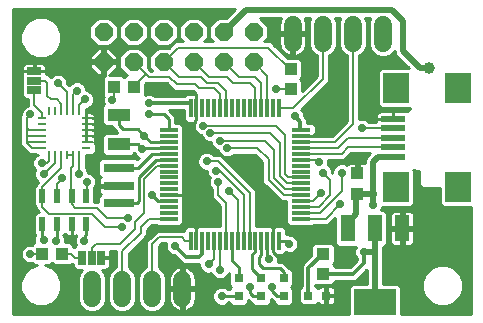
<source format=gtl>
G75*
%MOIN*%
%OFA0B0*%
%FSLAX24Y24*%
%IPPOS*%
%LPD*%
%AMOC8*
5,1,8,0,0,1.08239X$1,22.5*
%
%ADD10R,0.0425X0.0413*%
%ADD11R,0.0866X0.0984*%
%ADD12R,0.0787X0.0197*%
%ADD13C,0.0600*%
%ADD14OC8,0.0600*%
%ADD15R,0.0315X0.0315*%
%ADD16R,0.0433X0.0394*%
%ADD17R,0.0630X0.0118*%
%ADD18R,0.0118X0.0630*%
%ADD19R,0.0114X0.0276*%
%ADD20R,0.0276X0.0114*%
%ADD21R,0.0197X0.0472*%
%ADD22R,0.0748X0.0433*%
%ADD23R,0.0500X0.0250*%
%ADD24R,0.1024X0.0315*%
%ADD25R,0.0394X0.0433*%
%ADD26R,0.0250X0.0500*%
%ADD27R,0.0480X0.0880*%
%ADD28R,0.1417X0.0866*%
%ADD29C,0.0080*%
%ADD30C,0.0100*%
%ADD31C,0.0278*%
%ADD32C,0.0120*%
%ADD33C,0.0200*%
%ADD34C,0.0396*%
D10*
X016906Y010068D03*
X016906Y010757D03*
D11*
X018190Y010294D03*
X020276Y010294D03*
X020276Y013601D03*
X018190Y013601D03*
D12*
X018091Y012577D03*
X018091Y012262D03*
X018091Y011947D03*
X018091Y011632D03*
X018091Y011317D03*
D13*
X017766Y015110D02*
X017766Y015710D01*
X016766Y015710D02*
X016766Y015110D01*
X015766Y015110D02*
X015766Y015710D01*
X014766Y015710D02*
X014766Y015110D01*
X011078Y007210D02*
X011078Y006610D01*
X010078Y006610D02*
X010078Y007210D01*
X009078Y007210D02*
X009078Y006610D01*
X008078Y006610D02*
X008078Y007210D01*
D14*
X008453Y014472D03*
X009453Y014472D03*
X010453Y014472D03*
X011453Y014472D03*
X012453Y014472D03*
X013453Y014472D03*
X013453Y015472D03*
X012453Y015472D03*
X011453Y015472D03*
X010453Y015472D03*
X009453Y015472D03*
X008453Y015472D03*
D15*
X012953Y007267D03*
X012953Y006677D03*
X013703Y006677D03*
X013703Y007267D03*
X014453Y007267D03*
X014453Y006677D03*
X015283Y006685D03*
X015874Y006685D03*
D16*
X015766Y007413D03*
X015766Y008082D03*
X014685Y013556D03*
X014685Y014225D03*
D17*
X015033Y012198D03*
X015033Y012002D03*
X015033Y011805D03*
X015033Y011608D03*
X015033Y011411D03*
X015033Y011214D03*
X015033Y011017D03*
X015033Y010820D03*
X015033Y010624D03*
X015033Y010427D03*
X015033Y010230D03*
X015033Y010033D03*
X015033Y009836D03*
X015033Y009639D03*
X015033Y009443D03*
X015033Y009246D03*
X010624Y009246D03*
X010624Y009443D03*
X010624Y009639D03*
X010624Y009836D03*
X010624Y010033D03*
X010624Y010230D03*
X010624Y010427D03*
X010624Y010624D03*
X010624Y010820D03*
X010624Y011017D03*
X010624Y011214D03*
X010624Y011411D03*
X010624Y011608D03*
X010624Y011805D03*
X010624Y012002D03*
X010624Y012198D03*
D18*
X011352Y012927D03*
X011549Y012927D03*
X011746Y012927D03*
X011943Y012927D03*
X012139Y012927D03*
X012336Y012927D03*
X012533Y012927D03*
X012730Y012927D03*
X012927Y012927D03*
X013124Y012927D03*
X013321Y012927D03*
X013517Y012927D03*
X013714Y012927D03*
X013911Y012927D03*
X014108Y012927D03*
X014305Y012927D03*
X014305Y008517D03*
X014108Y008517D03*
X013911Y008517D03*
X013714Y008517D03*
X013517Y008517D03*
X013321Y008517D03*
X013124Y008517D03*
X012927Y008517D03*
X012730Y008517D03*
X012533Y008517D03*
X012336Y008517D03*
X012139Y008517D03*
X011943Y008517D03*
X011746Y008517D03*
X011549Y008517D03*
X011352Y008517D03*
D19*
X007633Y011359D03*
X007436Y011359D03*
X007239Y011359D03*
X007042Y011359D03*
X006846Y011359D03*
X006649Y011359D03*
X006649Y012835D03*
X006846Y012835D03*
X007042Y012835D03*
X007239Y012835D03*
X007436Y012835D03*
X007633Y012835D03*
D20*
X007879Y012589D03*
X007879Y012392D03*
X007879Y012195D03*
X007879Y011999D03*
X007879Y011802D03*
X007879Y011605D03*
X006403Y011605D03*
X006403Y011802D03*
X006403Y011999D03*
X006403Y012195D03*
X006403Y012392D03*
X006403Y012589D03*
D21*
X006403Y010007D03*
X006895Y010007D03*
X007387Y010007D03*
X007879Y010007D03*
X007879Y009062D03*
X007387Y009062D03*
X006895Y009062D03*
X006403Y009062D03*
D22*
X008953Y011730D03*
X008953Y012714D03*
D23*
X006141Y013527D03*
X006141Y013847D03*
X006141Y014167D03*
D24*
X008953Y010938D03*
X008953Y010347D03*
X008953Y009756D03*
D25*
X007082Y008078D03*
X006413Y008078D03*
X008788Y013641D03*
X009457Y013641D03*
D26*
X008380Y007953D03*
X008060Y007953D03*
X007740Y007953D03*
D27*
X016587Y008923D03*
X017497Y008923D03*
X018407Y008923D03*
D28*
X017497Y006483D03*
D29*
X015852Y009246D02*
X015033Y009246D01*
X015033Y009443D02*
X015674Y009443D01*
X016391Y010160D01*
X016391Y010785D01*
X016016Y010535D02*
X015766Y010785D01*
X016016Y010535D02*
X016016Y010035D01*
X015621Y009639D01*
X015033Y009639D01*
X015033Y009836D02*
X015443Y009836D01*
X015703Y010097D01*
X015033Y010033D02*
X014455Y010033D01*
X013953Y010535D01*
X013953Y011222D01*
X013578Y011597D01*
X012578Y011597D01*
X012328Y011847D02*
X013828Y011847D01*
X014141Y011535D01*
X014141Y010597D01*
X014508Y010230D01*
X015033Y010230D01*
X015033Y010427D02*
X014561Y010427D01*
X014328Y010660D01*
X014328Y011785D01*
X014016Y012097D01*
X012016Y012097D01*
X011766Y012347D02*
X014203Y012347D01*
X014516Y012035D01*
X014516Y010722D01*
X014614Y010624D01*
X015033Y010624D01*
X015033Y011214D02*
X015549Y011214D01*
X015622Y011141D01*
X015033Y011411D02*
X016392Y011411D01*
X016613Y011632D01*
X018091Y011632D01*
X018091Y011947D02*
X016616Y011947D01*
X016277Y011608D01*
X015033Y011608D01*
X015033Y011805D02*
X016161Y011805D01*
X016766Y012410D01*
X016766Y015410D01*
X015766Y015410D02*
X015766Y013910D01*
X014783Y012927D01*
X014305Y012927D01*
X013911Y012927D02*
X013911Y014014D01*
X013453Y014472D01*
X013516Y013972D02*
X012953Y013972D01*
X012453Y014472D01*
X012578Y013972D02*
X011953Y013972D01*
X011453Y014472D01*
X011703Y013972D02*
X010953Y013972D01*
X010453Y014472D01*
X010935Y014953D01*
X013935Y014953D01*
X014663Y014225D01*
X014685Y014225D01*
X014685Y013556D02*
X014269Y013556D01*
X014185Y013578D01*
X013714Y013774D02*
X013516Y013972D01*
X013328Y013785D02*
X012766Y013785D01*
X012578Y013972D01*
X012266Y013785D02*
X011891Y013785D01*
X011703Y013972D01*
X011516Y013722D02*
X010891Y013722D01*
X010641Y013972D01*
X009953Y013972D01*
X009860Y014066D01*
X009457Y013663D01*
X009457Y013641D01*
X009860Y014066D02*
X009453Y014472D01*
X008788Y013641D02*
X008788Y013244D01*
X008747Y013203D01*
X007828Y013222D02*
X007633Y013027D01*
X007633Y012835D01*
X007436Y012835D02*
X007436Y013392D01*
X007560Y013516D01*
X007239Y013461D02*
X006935Y013766D01*
X006578Y013785D02*
X006516Y013847D01*
X006141Y013847D01*
X006578Y013785D02*
X006578Y013347D01*
X006703Y013222D01*
X006891Y013222D01*
X007042Y013070D01*
X007042Y012835D01*
X007239Y012835D02*
X007239Y013461D01*
X006403Y012773D02*
X006141Y013035D01*
X006141Y013527D01*
X006403Y012773D02*
X006403Y012589D01*
X006403Y012195D02*
X005961Y012195D01*
X005891Y012266D01*
X005891Y012035D01*
X005927Y011999D01*
X006403Y011999D01*
X006403Y011802D02*
X005936Y011802D01*
X005891Y011847D01*
X005891Y011785D01*
X006071Y011605D01*
X006403Y011605D01*
X006649Y011359D02*
X006641Y011351D01*
X006641Y011160D01*
X006578Y011097D01*
X006391Y011097D01*
X006453Y010722D02*
X006846Y011114D01*
X006846Y011359D01*
X007042Y011359D02*
X007042Y010936D01*
X006403Y010296D01*
X006403Y010007D01*
X006403Y009648D01*
X006641Y009410D01*
X008078Y009410D01*
X008516Y008972D01*
X009078Y008972D01*
X009060Y009266D02*
X008560Y009266D01*
X008229Y009597D01*
X007516Y009597D01*
X007387Y009726D01*
X007387Y010007D01*
X007372Y010022D01*
X007372Y010953D01*
X007436Y011017D01*
X007436Y011359D01*
X007239Y011359D01*
X007633Y011359D02*
X007641Y011351D01*
X007641Y010722D01*
X007891Y010472D02*
X007891Y010019D01*
X007879Y010007D01*
X007391Y010011D02*
X007387Y010007D01*
X006895Y010007D02*
X006895Y010413D01*
X007078Y010597D01*
X007865Y011798D02*
X008095Y011798D01*
X007879Y011802D02*
X007879Y011999D01*
X007879Y012195D01*
X007879Y012392D01*
X007879Y012589D01*
X007925Y012588D02*
X008055Y012588D01*
X008065Y012388D02*
X007915Y012388D01*
X007895Y012198D02*
X008065Y012198D01*
X008065Y011998D02*
X007885Y011998D01*
X007885Y012008D01*
X006016Y012722D02*
X005891Y012597D01*
X005891Y012266D01*
X005891Y012035D02*
X005891Y011847D01*
X009060Y009266D02*
X009266Y009285D01*
X009497Y009141D02*
X009497Y008891D01*
X008997Y008391D01*
X008185Y008391D01*
X008060Y008266D01*
X008060Y007953D01*
X007740Y007953D02*
X007497Y007953D01*
X007372Y008078D01*
X007082Y008078D01*
X006413Y008078D02*
X006372Y007891D01*
X006413Y008078D02*
X005997Y008078D01*
X009078Y008160D02*
X009078Y006910D01*
X010078Y006910D02*
X010078Y008410D01*
X010310Y008641D01*
X011060Y008641D01*
X011183Y008517D01*
X011352Y008517D01*
X012139Y008517D02*
X012139Y007911D01*
X011953Y007722D01*
X012328Y007535D02*
X012328Y008509D01*
X012336Y008517D01*
X012533Y008517D02*
X012533Y009767D01*
X012266Y010035D01*
X012266Y010472D01*
X012203Y010847D02*
X012328Y010847D01*
X013124Y010052D01*
X013124Y008517D01*
X013321Y008517D02*
X013321Y010105D01*
X012266Y011160D01*
X011891Y011160D01*
X012641Y010160D02*
X012927Y009874D01*
X012927Y008517D01*
X010624Y009246D02*
X009977Y009246D01*
X009703Y008972D01*
X009703Y008785D01*
X009078Y008160D01*
X009497Y009141D02*
X009810Y009453D01*
X009810Y010578D01*
X010247Y011016D01*
X010622Y011016D01*
X010624Y011017D01*
X012336Y012927D02*
X012336Y013402D01*
X012141Y013597D01*
X011641Y013597D01*
X011516Y013722D01*
X012266Y013785D02*
X012533Y013517D01*
X012533Y012927D01*
X013517Y012927D02*
X013517Y013596D01*
X013328Y013785D01*
X013714Y013774D02*
X013714Y012927D01*
X017056Y012262D02*
X018091Y012262D01*
X017060Y012266D02*
X017056Y012262D01*
X016328Y009722D02*
X015852Y009246D01*
D30*
X005435Y006078D02*
X005435Y016237D01*
X012836Y016237D01*
X012542Y015942D01*
X012259Y015942D01*
X011983Y015667D01*
X011983Y015277D01*
X012097Y015163D01*
X011809Y015163D01*
X011923Y015277D01*
X011923Y015667D01*
X011648Y015942D01*
X011259Y015942D01*
X010983Y015667D01*
X010983Y015277D01*
X011097Y015163D01*
X010848Y015163D01*
X010626Y014942D01*
X010259Y014942D01*
X009983Y014667D01*
X009983Y014277D01*
X010079Y014182D01*
X010040Y014182D01*
X009947Y014276D01*
X009923Y014299D01*
X009923Y014667D01*
X009648Y014942D01*
X009259Y014942D01*
X008983Y014667D01*
X008983Y014277D01*
X009233Y014027D01*
X009190Y014027D01*
X009122Y013960D01*
X009055Y014027D01*
X008645Y014027D01*
X008903Y014286D01*
X008903Y014422D01*
X008503Y014422D01*
X008503Y014022D01*
X008515Y014022D01*
X008421Y013928D01*
X008421Y013354D01*
X008459Y013315D01*
X008438Y013265D01*
X008438Y013142D01*
X008471Y013063D01*
X008409Y013001D01*
X008409Y012427D01*
X008509Y012328D01*
X008733Y012328D01*
X008733Y012288D01*
X008890Y012131D01*
X008905Y012116D01*
X008509Y012116D01*
X008409Y012017D01*
X008409Y011443D01*
X008509Y011343D01*
X009398Y011343D01*
X009477Y011423D01*
X009485Y011403D01*
X009572Y011316D01*
X009644Y011286D01*
X009579Y011221D01*
X009536Y011265D01*
X008371Y011265D01*
X008272Y011165D01*
X008272Y010710D01*
X008354Y010627D01*
X008349Y010625D01*
X008322Y010597D01*
X008302Y010562D01*
X008292Y010524D01*
X008292Y010376D01*
X008925Y010376D01*
X008925Y010318D01*
X008292Y010318D01*
X008292Y010170D01*
X008302Y010132D01*
X008322Y010097D01*
X008349Y010070D01*
X008354Y010067D01*
X008272Y009984D01*
X008272Y009807D01*
X008148Y009807D01*
X008148Y010292D01*
X008153Y010297D01*
X008200Y010411D01*
X008200Y010534D01*
X008153Y010647D01*
X008066Y010734D01*
X007952Y010781D01*
X007950Y010781D01*
X007950Y010784D01*
X007903Y010897D01*
X007851Y010949D01*
X007851Y011141D01*
X007860Y011151D01*
X007860Y011378D01*
X008087Y011378D01*
X008187Y011477D01*
X008187Y011732D01*
X008167Y011752D01*
X008167Y011802D01*
X008167Y011879D01*
X008161Y011900D01*
X008167Y011922D01*
X008167Y011999D01*
X008167Y012075D01*
X008161Y012097D01*
X008167Y012119D01*
X008167Y012195D01*
X008075Y012195D01*
X008075Y012195D01*
X008075Y012195D01*
X008167Y012195D01*
X008167Y012272D01*
X008161Y012294D01*
X008167Y012315D01*
X008167Y012392D01*
X008075Y012392D01*
X008075Y012392D01*
X008167Y012392D01*
X008167Y012469D01*
X008161Y012491D01*
X008167Y012512D01*
X008167Y012589D01*
X008075Y012589D01*
X008075Y012589D01*
X008167Y012589D01*
X008167Y012666D01*
X008157Y012704D01*
X008137Y012738D01*
X008109Y012766D01*
X008075Y012786D01*
X008037Y012796D01*
X007879Y012796D01*
X007860Y012796D01*
X007860Y012913D01*
X007890Y012913D01*
X008003Y012960D01*
X008090Y013047D01*
X008137Y013161D01*
X008137Y013284D01*
X008090Y013397D01*
X008003Y013484D01*
X007890Y013531D01*
X007869Y013531D01*
X007869Y013577D01*
X007822Y013691D01*
X007735Y013778D01*
X007621Y013825D01*
X007498Y013825D01*
X007385Y013778D01*
X007302Y013695D01*
X007244Y013754D01*
X007244Y013827D01*
X007197Y013941D01*
X007110Y014028D01*
X006996Y014075D01*
X006873Y014075D01*
X006760Y014028D01*
X006696Y013964D01*
X006603Y014057D01*
X006546Y014057D01*
X006541Y014062D01*
X006541Y014155D01*
X006153Y014155D01*
X006153Y014180D01*
X006128Y014180D01*
X006128Y014442D01*
X005871Y014442D01*
X005833Y014432D01*
X005799Y014412D01*
X005771Y014384D01*
X005751Y014350D01*
X005741Y014312D01*
X005741Y014180D01*
X006128Y014180D01*
X006128Y014155D01*
X005741Y014155D01*
X005741Y014062D01*
X005721Y014042D01*
X005721Y013332D01*
X005820Y013232D01*
X005931Y013232D01*
X005931Y013021D01*
X005841Y012984D01*
X005754Y012897D01*
X005707Y012784D01*
X005707Y012710D01*
X005681Y012684D01*
X005681Y011698D01*
X005861Y011518D01*
X005984Y011395D01*
X006177Y011395D01*
X006195Y011378D01*
X006261Y011378D01*
X006216Y011359D01*
X006129Y011272D01*
X006082Y011159D01*
X006082Y011036D01*
X006129Y010922D01*
X006180Y010871D01*
X006144Y010784D01*
X006144Y010661D01*
X006191Y010547D01*
X006274Y010465D01*
X006193Y010383D01*
X006193Y010372D01*
X006134Y010314D01*
X006134Y009700D01*
X006193Y009642D01*
X006193Y009561D01*
X006285Y009468D01*
X006234Y009468D01*
X006134Y009369D01*
X006134Y008755D01*
X006183Y008707D01*
X006183Y008689D01*
X006144Y008596D01*
X006144Y008473D01*
X006148Y008465D01*
X006145Y008465D01*
X006065Y008385D01*
X006059Y008387D01*
X005936Y008387D01*
X005822Y008340D01*
X005735Y008253D01*
X005688Y008140D01*
X005688Y008017D01*
X005735Y007903D01*
X005822Y007816D01*
X005936Y007769D01*
X006059Y007769D01*
X006065Y007772D01*
X006145Y007692D01*
X006228Y007692D01*
X005979Y007589D01*
X005787Y007396D01*
X005683Y007145D01*
X005683Y006874D01*
X005787Y006623D01*
X005979Y006430D01*
X006230Y006326D01*
X006502Y006326D01*
X006753Y006430D01*
X006945Y006623D01*
X007049Y006874D01*
X007049Y007145D01*
X006945Y007396D01*
X006753Y007589D01*
X006503Y007692D01*
X006680Y007692D01*
X006747Y007759D01*
X006815Y007692D01*
X007349Y007692D01*
X007405Y007748D01*
X007410Y007743D01*
X007445Y007743D01*
X007445Y007633D01*
X007544Y007533D01*
X007738Y007533D01*
X007680Y007476D01*
X007608Y007303D01*
X007608Y006516D01*
X007680Y006343D01*
X007812Y006211D01*
X007985Y006140D01*
X008172Y006140D01*
X008345Y006211D01*
X008477Y006343D01*
X008548Y006516D01*
X008548Y007303D01*
X008477Y007476D01*
X008399Y007553D01*
X008524Y007553D01*
X008563Y007564D01*
X008597Y007583D01*
X008625Y007611D01*
X008644Y007645D01*
X008655Y007684D01*
X008655Y007941D01*
X008392Y007941D01*
X008392Y007966D01*
X008655Y007966D01*
X008655Y008181D01*
X008868Y008181D01*
X008868Y007631D01*
X008812Y007608D01*
X008680Y007476D01*
X008608Y007303D01*
X008608Y006516D01*
X008680Y006343D01*
X008812Y006211D01*
X008985Y006140D01*
X009172Y006140D01*
X009345Y006211D01*
X009477Y006343D01*
X009548Y006516D01*
X009548Y007303D01*
X009477Y007476D01*
X009345Y007608D01*
X009288Y007631D01*
X009288Y008073D01*
X009913Y008698D01*
X009913Y008885D01*
X010064Y009036D01*
X010219Y009036D01*
X010238Y009017D01*
X011009Y009017D01*
X011109Y009116D01*
X011109Y009966D01*
X011089Y009986D01*
X011089Y010033D01*
X011041Y010033D01*
X011041Y010033D01*
X011041Y010033D01*
X011089Y010033D01*
X011089Y010080D01*
X011109Y010100D01*
X011109Y012328D01*
X011009Y012427D01*
X010842Y012427D01*
X010842Y012669D01*
X010713Y012798D01*
X010645Y012867D01*
X011122Y012867D01*
X011122Y012832D01*
X011123Y012831D01*
X011123Y012541D01*
X011223Y012442D01*
X011471Y012442D01*
X011457Y012409D01*
X011457Y012286D01*
X011504Y012172D01*
X011591Y012085D01*
X011704Y012038D01*
X011707Y012038D01*
X011707Y012036D01*
X011754Y011922D01*
X011841Y011835D01*
X011954Y011788D01*
X012019Y011788D01*
X012019Y011786D01*
X012066Y011672D01*
X012153Y011585D01*
X012267Y011538D01*
X012269Y011538D01*
X012269Y011536D01*
X012316Y011422D01*
X012403Y011335D01*
X012517Y011288D01*
X012640Y011288D01*
X012753Y011335D01*
X012805Y011387D01*
X013491Y011387D01*
X013743Y011135D01*
X013743Y010448D01*
X013866Y010325D01*
X014368Y009823D01*
X014548Y009823D01*
X014548Y009116D01*
X014648Y009017D01*
X015419Y009017D01*
X015438Y009036D01*
X015939Y009036D01*
X016177Y009274D01*
X016177Y008413D01*
X016277Y008313D01*
X016859Y008313D01*
X016813Y008202D01*
X016813Y008079D01*
X016860Y007966D01*
X016892Y007934D01*
X016892Y007861D01*
X016671Y007640D01*
X016152Y007641D01*
X016152Y007680D01*
X016085Y007747D01*
X016152Y007815D01*
X016152Y008349D01*
X016053Y008449D01*
X015479Y008449D01*
X015379Y008349D01*
X015379Y008021D01*
X015053Y007694D01*
X015053Y007010D01*
X014956Y006913D01*
X014956Y006457D01*
X015055Y006357D01*
X015511Y006357D01*
X015594Y006440D01*
X015596Y006435D01*
X015624Y006407D01*
X015658Y006387D01*
X015696Y006377D01*
X015845Y006377D01*
X015845Y006656D01*
X015902Y006656D01*
X015902Y006377D01*
X016051Y006377D01*
X016089Y006387D01*
X016123Y006407D01*
X016151Y006435D01*
X016171Y006469D01*
X016181Y006507D01*
X016181Y006656D01*
X015902Y006656D01*
X015902Y006713D01*
X015845Y006713D01*
X015845Y006992D01*
X015696Y006992D01*
X015658Y006982D01*
X015624Y006962D01*
X015596Y006934D01*
X015594Y006930D01*
X015513Y007010D01*
X015513Y007046D01*
X016053Y007046D01*
X016152Y007145D01*
X016152Y007181D01*
X016670Y007180D01*
X016671Y007180D01*
X016765Y007180D01*
X016861Y007179D01*
X016861Y007180D01*
X016928Y007247D01*
X016996Y007314D01*
X017217Y007536D01*
X017227Y007546D01*
X017227Y007086D01*
X016718Y007086D01*
X016619Y006987D01*
X016619Y006078D01*
X005435Y006078D01*
X005435Y006124D02*
X016619Y006124D01*
X016619Y006222D02*
X011310Y006222D01*
X011314Y006225D02*
X011372Y006266D01*
X011422Y006316D01*
X011463Y006374D01*
X011495Y006437D01*
X011517Y006504D01*
X011528Y006574D01*
X011528Y006860D01*
X011128Y006860D01*
X011128Y006960D01*
X011028Y006960D01*
X011028Y007657D01*
X010973Y007648D01*
X010906Y007627D01*
X010843Y007594D01*
X010785Y007553D01*
X010735Y007503D01*
X010694Y007445D01*
X010661Y007382D01*
X010639Y007315D01*
X010628Y007245D01*
X010628Y006960D01*
X011028Y006960D01*
X011028Y006860D01*
X010628Y006860D01*
X010628Y006574D01*
X010639Y006504D01*
X010661Y006437D01*
X010694Y006374D01*
X010735Y006316D01*
X010785Y006266D01*
X010843Y006225D01*
X010906Y006193D01*
X010973Y006171D01*
X011028Y006162D01*
X011028Y006860D01*
X011128Y006860D01*
X011128Y006162D01*
X011184Y006171D01*
X011251Y006193D01*
X011314Y006225D01*
X011425Y006321D02*
X016619Y006321D01*
X016619Y006419D02*
X016135Y006419D01*
X016181Y006518D02*
X016619Y006518D01*
X016619Y006616D02*
X016181Y006616D01*
X016181Y006713D02*
X016181Y006862D01*
X016171Y006900D01*
X016151Y006934D01*
X016123Y006962D01*
X016089Y006982D01*
X016051Y006992D01*
X015902Y006992D01*
X015902Y006713D01*
X016181Y006713D01*
X016181Y006715D02*
X016619Y006715D01*
X016619Y006813D02*
X016181Y006813D01*
X016164Y006912D02*
X016619Y006912D01*
X016642Y007010D02*
X015513Y007010D01*
X015845Y006912D02*
X015902Y006912D01*
X015902Y006813D02*
X015845Y006813D01*
X015845Y006715D02*
X015902Y006715D01*
X015902Y006616D02*
X015845Y006616D01*
X015845Y006518D02*
X015902Y006518D01*
X015902Y006419D02*
X015845Y006419D01*
X015612Y006419D02*
X015573Y006419D01*
X014993Y006419D02*
X014751Y006419D01*
X014781Y006449D02*
X014681Y006349D01*
X014226Y006349D01*
X014126Y006449D01*
X014126Y006488D01*
X014031Y006583D01*
X014031Y006449D01*
X013931Y006349D01*
X013476Y006349D01*
X013376Y006449D01*
X013376Y006457D01*
X013345Y006457D01*
X013281Y006521D01*
X013281Y006449D01*
X013181Y006349D01*
X012726Y006349D01*
X012626Y006449D01*
X012626Y006457D01*
X012625Y006457D01*
X012566Y006398D01*
X012452Y006350D01*
X012329Y006350D01*
X012216Y006398D01*
X012129Y006484D01*
X012082Y006598D01*
X012082Y006721D01*
X012129Y006835D01*
X012216Y006922D01*
X012329Y006969D01*
X012452Y006969D01*
X012566Y006922D01*
X012591Y006897D01*
X012626Y006897D01*
X012626Y006905D01*
X012693Y006972D01*
X012626Y007039D01*
X012626Y007445D01*
X012590Y007359D01*
X012503Y007273D01*
X012390Y007225D01*
X012267Y007225D01*
X012153Y007273D01*
X012066Y007359D01*
X012040Y007423D01*
X012015Y007413D01*
X011892Y007413D01*
X011778Y007460D01*
X011691Y007547D01*
X011644Y007661D01*
X011644Y007742D01*
X011108Y007742D01*
X010812Y008038D01*
X010767Y008038D01*
X010653Y008085D01*
X010566Y008172D01*
X010519Y008286D01*
X010519Y008409D01*
X010529Y008431D01*
X010397Y008431D01*
X010288Y008323D01*
X010288Y007631D01*
X010345Y007608D01*
X010477Y007476D01*
X010548Y007303D01*
X010548Y006516D01*
X010477Y006343D01*
X010345Y006211D01*
X010172Y006140D01*
X009985Y006140D01*
X009812Y006211D01*
X009680Y006343D01*
X009608Y006516D01*
X009608Y007303D01*
X009680Y007476D01*
X009812Y007608D01*
X009868Y007631D01*
X009868Y008497D01*
X009991Y008620D01*
X010223Y008851D01*
X011123Y008851D01*
X011123Y008903D01*
X011223Y009002D01*
X011482Y009002D01*
X011502Y008982D01*
X011549Y008982D01*
X011549Y008935D01*
X011549Y008935D01*
X011549Y008982D01*
X011596Y008982D01*
X011616Y009002D01*
X012323Y009002D01*
X012323Y009680D01*
X012179Y009825D01*
X012056Y009948D01*
X012056Y010245D01*
X012004Y010297D01*
X011957Y010411D01*
X011957Y010534D01*
X011993Y010621D01*
X011941Y010672D01*
X011894Y010786D01*
X011894Y010850D01*
X011829Y010850D01*
X011716Y010898D01*
X011629Y010984D01*
X011582Y011098D01*
X011582Y011221D01*
X011629Y011335D01*
X011716Y011422D01*
X011829Y011469D01*
X011952Y011469D01*
X012066Y011422D01*
X012118Y011370D01*
X012353Y011370D01*
X013531Y010192D01*
X013531Y009002D01*
X014041Y009002D01*
X014061Y008982D01*
X014108Y008982D01*
X014108Y008935D01*
X014108Y008935D01*
X014108Y008982D01*
X014155Y008982D01*
X014175Y009002D01*
X014434Y009002D01*
X014534Y008903D01*
X014534Y008737D01*
X014624Y008737D01*
X014643Y008719D01*
X014702Y008719D01*
X014816Y008672D01*
X014903Y008585D01*
X014950Y008471D01*
X014950Y008348D01*
X014903Y008234D01*
X014816Y008148D01*
X014702Y008100D01*
X014579Y008100D01*
X014525Y008123D01*
X014434Y008032D01*
X014253Y008032D01*
X014283Y007961D01*
X014283Y007838D01*
X014274Y007817D01*
X014420Y007817D01*
X014545Y007692D01*
X014642Y007595D01*
X014681Y007595D01*
X014781Y007495D01*
X014781Y007039D01*
X014714Y006972D01*
X014781Y006905D01*
X014781Y006449D01*
X014781Y006518D02*
X014956Y006518D01*
X014956Y006616D02*
X014781Y006616D01*
X014781Y006715D02*
X014956Y006715D01*
X014956Y006813D02*
X014781Y006813D01*
X014774Y006912D02*
X014956Y006912D01*
X015053Y007010D02*
X014752Y007010D01*
X014781Y007109D02*
X015053Y007109D01*
X015053Y007207D02*
X014781Y007207D01*
X014781Y007306D02*
X015053Y007306D01*
X015053Y007404D02*
X014781Y007404D01*
X014773Y007503D02*
X015053Y007503D01*
X015053Y007601D02*
X014635Y007601D01*
X014537Y007700D02*
X015059Y007700D01*
X015157Y007798D02*
X014438Y007798D01*
X014283Y007897D02*
X015256Y007897D01*
X015354Y007995D02*
X014268Y007995D01*
X014247Y008016D02*
X014113Y008151D01*
X014108Y008306D01*
X014108Y008517D01*
X014108Y008517D01*
X014108Y009130D01*
X014078Y009160D01*
X014108Y008980D02*
X014108Y008980D01*
X014108Y008935D02*
X014108Y008935D01*
X014456Y008980D02*
X016177Y008980D01*
X016177Y008882D02*
X014534Y008882D01*
X014534Y008783D02*
X016177Y008783D01*
X016177Y008685D02*
X014784Y008685D01*
X014901Y008586D02*
X016177Y008586D01*
X016177Y008488D02*
X014943Y008488D01*
X014950Y008389D02*
X015420Y008389D01*
X015379Y008291D02*
X014926Y008291D01*
X014861Y008192D02*
X015379Y008192D01*
X015379Y008094D02*
X014496Y008094D01*
X014641Y008410D02*
X014533Y008517D01*
X014305Y008517D01*
X013911Y008517D02*
X013911Y007962D01*
X013974Y007899D01*
X013714Y008045D02*
X013641Y007972D01*
X013641Y007722D01*
X013766Y007597D01*
X014328Y007597D01*
X014453Y007472D01*
X014453Y007267D01*
X014078Y006972D02*
X014078Y006847D01*
X014249Y006677D01*
X014453Y006677D01*
X014096Y006518D02*
X014031Y006518D01*
X014001Y006419D02*
X014155Y006419D01*
X013703Y006677D02*
X013436Y006677D01*
X013328Y006785D01*
X013328Y006972D01*
X012953Y006677D02*
X012436Y006677D01*
X012391Y006660D01*
X012115Y006518D02*
X011519Y006518D01*
X011528Y006616D02*
X012082Y006616D01*
X012082Y006715D02*
X011528Y006715D01*
X011528Y006813D02*
X012120Y006813D01*
X012206Y006912D02*
X011128Y006912D01*
X011128Y006960D02*
X011528Y006960D01*
X011528Y007245D01*
X011517Y007315D01*
X011495Y007382D01*
X011463Y007445D01*
X011422Y007503D01*
X011372Y007553D01*
X011314Y007594D01*
X011251Y007627D01*
X011184Y007648D01*
X011128Y007657D01*
X011128Y006960D01*
X011128Y007010D02*
X011028Y007010D01*
X011028Y006912D02*
X010548Y006912D01*
X010548Y007010D02*
X010628Y007010D01*
X010628Y007109D02*
X010548Y007109D01*
X010548Y007207D02*
X010628Y007207D01*
X010638Y007306D02*
X010547Y007306D01*
X010506Y007404D02*
X010673Y007404D01*
X010735Y007503D02*
X010450Y007503D01*
X010351Y007601D02*
X010856Y007601D01*
X011028Y007601D02*
X011128Y007601D01*
X011128Y007503D02*
X011028Y007503D01*
X011028Y007404D02*
X011128Y007404D01*
X011128Y007306D02*
X011028Y007306D01*
X011028Y007207D02*
X011128Y007207D01*
X011128Y007109D02*
X011028Y007109D01*
X011028Y006813D02*
X011128Y006813D01*
X011128Y006715D02*
X011028Y006715D01*
X011028Y006616D02*
X011128Y006616D01*
X011128Y006518D02*
X011028Y006518D01*
X011028Y006419D02*
X011128Y006419D01*
X011128Y006321D02*
X011028Y006321D01*
X011028Y006222D02*
X011128Y006222D01*
X010847Y006222D02*
X010356Y006222D01*
X010454Y006321D02*
X010732Y006321D01*
X010670Y006419D02*
X010508Y006419D01*
X010548Y006518D02*
X010637Y006518D01*
X010628Y006616D02*
X010548Y006616D01*
X010548Y006715D02*
X010628Y006715D01*
X010628Y006813D02*
X010548Y006813D01*
X009608Y006813D02*
X009548Y006813D01*
X009548Y006715D02*
X009608Y006715D01*
X009608Y006616D02*
X009548Y006616D01*
X009548Y006518D02*
X009608Y006518D01*
X009648Y006419D02*
X009508Y006419D01*
X009454Y006321D02*
X009702Y006321D01*
X009801Y006222D02*
X009356Y006222D01*
X008801Y006222D02*
X008356Y006222D01*
X008454Y006321D02*
X008702Y006321D01*
X008648Y006419D02*
X008508Y006419D01*
X008548Y006518D02*
X008608Y006518D01*
X008608Y006616D02*
X008548Y006616D01*
X008548Y006715D02*
X008608Y006715D01*
X008608Y006813D02*
X008548Y006813D01*
X008548Y006912D02*
X008608Y006912D01*
X008608Y007010D02*
X008548Y007010D01*
X008548Y007109D02*
X008608Y007109D01*
X008608Y007207D02*
X008548Y007207D01*
X008547Y007306D02*
X008610Y007306D01*
X008650Y007404D02*
X008506Y007404D01*
X008450Y007503D02*
X008707Y007503D01*
X008615Y007601D02*
X008806Y007601D01*
X008868Y007700D02*
X008655Y007700D01*
X008655Y007798D02*
X008868Y007798D01*
X008868Y007897D02*
X008655Y007897D01*
X008655Y007995D02*
X008868Y007995D01*
X008868Y008094D02*
X008655Y008094D01*
X009288Y007995D02*
X009868Y007995D01*
X009868Y007897D02*
X009288Y007897D01*
X009288Y007798D02*
X009868Y007798D01*
X009868Y007700D02*
X009288Y007700D01*
X009351Y007601D02*
X009806Y007601D01*
X009707Y007503D02*
X009450Y007503D01*
X009506Y007404D02*
X009650Y007404D01*
X009610Y007306D02*
X009547Y007306D01*
X009548Y007207D02*
X009608Y007207D01*
X009608Y007109D02*
X009548Y007109D01*
X009548Y007010D02*
X009608Y007010D01*
X009608Y006912D02*
X009548Y006912D01*
X010288Y007700D02*
X011644Y007700D01*
X011669Y007601D02*
X011301Y007601D01*
X011422Y007503D02*
X011736Y007503D01*
X011484Y007404D02*
X012048Y007404D01*
X012120Y007306D02*
X011519Y007306D01*
X011528Y007207D02*
X012626Y007207D01*
X012626Y007109D02*
X011528Y007109D01*
X011528Y007010D02*
X012655Y007010D01*
X012633Y006912D02*
X012576Y006912D01*
X012953Y007267D02*
X012953Y007622D01*
X012730Y007846D01*
X012730Y008517D01*
X012323Y009079D02*
X011071Y009079D01*
X011109Y009177D02*
X012323Y009177D01*
X012323Y009276D02*
X011109Y009276D01*
X011109Y009374D02*
X012323Y009374D01*
X012323Y009473D02*
X011109Y009473D01*
X011109Y009571D02*
X012323Y009571D01*
X012323Y009670D02*
X011109Y009670D01*
X011109Y009768D02*
X012235Y009768D01*
X012137Y009867D02*
X011109Y009867D01*
X011109Y009965D02*
X012056Y009965D01*
X012056Y010064D02*
X011089Y010064D01*
X011142Y010033D02*
X011266Y009910D01*
X011142Y010033D02*
X010624Y010033D01*
X010624Y009836D02*
X010277Y009836D01*
X010078Y010035D01*
X009622Y009828D02*
X009622Y010641D01*
X010196Y011214D01*
X010624Y011214D01*
X010624Y011411D02*
X010080Y011411D01*
X009606Y010938D01*
X008953Y010938D01*
X008925Y010359D02*
X008179Y010359D01*
X008200Y010458D02*
X008292Y010458D01*
X008300Y010556D02*
X008191Y010556D01*
X008145Y010655D02*
X008326Y010655D01*
X008272Y010753D02*
X008019Y010753D01*
X007922Y010852D02*
X008272Y010852D01*
X008272Y010950D02*
X007851Y010950D01*
X007851Y011049D02*
X008272Y011049D01*
X008272Y011147D02*
X007857Y011147D01*
X007860Y011246D02*
X008352Y011246D01*
X008508Y011344D02*
X007860Y011344D01*
X008152Y011443D02*
X008410Y011443D01*
X008409Y011541D02*
X008187Y011541D01*
X008187Y011640D02*
X008409Y011640D01*
X008409Y011738D02*
X008181Y011738D01*
X008167Y011802D02*
X008118Y011802D01*
X008118Y011802D01*
X008167Y011802D01*
X008167Y011837D02*
X008409Y011837D01*
X008409Y011935D02*
X008167Y011935D01*
X008167Y011999D02*
X008075Y011999D01*
X008167Y011999D01*
X008167Y012034D02*
X008426Y012034D01*
X008507Y012329D02*
X008167Y012329D01*
X008167Y012231D02*
X008790Y012231D01*
X008889Y012132D02*
X008167Y012132D01*
X008075Y011999D02*
X008075Y011999D01*
X008075Y011999D01*
X007879Y011999D02*
X007879Y011832D01*
X007879Y011999D01*
X007879Y012009D01*
X007879Y012195D01*
X007879Y012195D01*
X007879Y011999D01*
X007879Y011999D01*
X007879Y011999D01*
X007879Y012034D02*
X007879Y012034D01*
X007879Y012132D02*
X007879Y012132D01*
X007879Y012195D02*
X007879Y012206D01*
X007879Y012392D01*
X007879Y012392D01*
X007879Y012195D01*
X007879Y012195D01*
X007879Y012231D02*
X007879Y012231D01*
X007879Y012329D02*
X007879Y012329D01*
X007879Y012392D02*
X007879Y012403D01*
X007879Y012589D01*
X007879Y012589D01*
X007879Y012392D01*
X007879Y012392D01*
X007879Y012428D02*
X007879Y012428D01*
X007879Y012526D02*
X007879Y012526D01*
X007879Y012589D02*
X007879Y012796D01*
X007879Y012589D01*
X007879Y012589D01*
X007879Y012625D02*
X007879Y012625D01*
X007879Y012723D02*
X007879Y012723D01*
X007860Y012822D02*
X008409Y012822D01*
X008409Y012920D02*
X007908Y012920D01*
X008062Y013019D02*
X008427Y013019D01*
X008448Y013117D02*
X008120Y013117D01*
X008137Y013216D02*
X008438Y013216D01*
X008459Y013314D02*
X008125Y013314D01*
X008075Y013413D02*
X008421Y013413D01*
X008421Y013511D02*
X007938Y013511D01*
X007855Y013610D02*
X008421Y013610D01*
X008421Y013708D02*
X007804Y013708D01*
X007665Y013807D02*
X008421Y013807D01*
X008421Y013905D02*
X007211Y013905D01*
X007244Y013807D02*
X007455Y013807D01*
X007315Y013708D02*
X007289Y013708D01*
X007134Y014004D02*
X008497Y014004D01*
X008403Y014022D02*
X008403Y014422D01*
X008003Y014422D01*
X008003Y014286D01*
X008267Y014022D01*
X008403Y014022D01*
X008403Y014102D02*
X008503Y014102D01*
X008503Y014201D02*
X008403Y014201D01*
X008403Y014299D02*
X008503Y014299D01*
X008503Y014398D02*
X008403Y014398D01*
X008403Y014422D02*
X008503Y014422D01*
X008503Y014522D01*
X008403Y014522D01*
X008403Y014422D01*
X008403Y014496D02*
X005435Y014496D01*
X005435Y014398D02*
X005785Y014398D01*
X005741Y014299D02*
X005435Y014299D01*
X005435Y014201D02*
X005741Y014201D01*
X005741Y014102D02*
X005435Y014102D01*
X005435Y014004D02*
X005721Y014004D01*
X005721Y013905D02*
X005435Y013905D01*
X005435Y013807D02*
X005721Y013807D01*
X005721Y013708D02*
X005435Y013708D01*
X005435Y013610D02*
X005721Y013610D01*
X005721Y013511D02*
X005435Y013511D01*
X005435Y013413D02*
X005721Y013413D01*
X005738Y013314D02*
X005435Y013314D01*
X005435Y013216D02*
X005931Y013216D01*
X005931Y013117D02*
X005435Y013117D01*
X005435Y013019D02*
X005925Y013019D01*
X005777Y012920D02*
X005435Y012920D01*
X005435Y012822D02*
X005723Y012822D01*
X005707Y012723D02*
X005435Y012723D01*
X005435Y012625D02*
X005681Y012625D01*
X005681Y012526D02*
X005435Y012526D01*
X005435Y012428D02*
X005681Y012428D01*
X005681Y012329D02*
X005435Y012329D01*
X005435Y012231D02*
X005681Y012231D01*
X005681Y012132D02*
X005435Y012132D01*
X005435Y012034D02*
X005681Y012034D01*
X005681Y011935D02*
X005435Y011935D01*
X005435Y011837D02*
X005681Y011837D01*
X005681Y011738D02*
X005435Y011738D01*
X005435Y011640D02*
X005739Y011640D01*
X005837Y011541D02*
X005435Y011541D01*
X005435Y011443D02*
X005936Y011443D01*
X006118Y011246D02*
X005435Y011246D01*
X005435Y011344D02*
X006201Y011344D01*
X006082Y011147D02*
X005435Y011147D01*
X005435Y011049D02*
X006082Y011049D01*
X006117Y010950D02*
X005435Y010950D01*
X005435Y010852D02*
X006173Y010852D01*
X006144Y010753D02*
X005435Y010753D01*
X005435Y010655D02*
X006147Y010655D01*
X006188Y010556D02*
X005435Y010556D01*
X005435Y010458D02*
X006267Y010458D01*
X006180Y010359D02*
X005435Y010359D01*
X005435Y010261D02*
X006134Y010261D01*
X006134Y010162D02*
X005435Y010162D01*
X005435Y010064D02*
X006134Y010064D01*
X006134Y009965D02*
X005435Y009965D01*
X005435Y009867D02*
X006134Y009867D01*
X006134Y009768D02*
X005435Y009768D01*
X005435Y009670D02*
X006165Y009670D01*
X006193Y009571D02*
X005435Y009571D01*
X005435Y009473D02*
X006281Y009473D01*
X006140Y009374D02*
X005435Y009374D01*
X005435Y009276D02*
X006134Y009276D01*
X006134Y009177D02*
X005435Y009177D01*
X005435Y009079D02*
X006134Y009079D01*
X006134Y008980D02*
X005435Y008980D01*
X005435Y008882D02*
X006134Y008882D01*
X006134Y008783D02*
X005435Y008783D01*
X005435Y008685D02*
X006181Y008685D01*
X006144Y008586D02*
X005435Y008586D01*
X005435Y008488D02*
X006144Y008488D01*
X006070Y008389D02*
X005435Y008389D01*
X005435Y008291D02*
X005773Y008291D01*
X005710Y008192D02*
X005435Y008192D01*
X005435Y008094D02*
X005688Y008094D01*
X005697Y007995D02*
X005435Y007995D01*
X005435Y007897D02*
X005742Y007897D01*
X005866Y007798D02*
X005435Y007798D01*
X005435Y007700D02*
X006137Y007700D01*
X006010Y007601D02*
X005435Y007601D01*
X005435Y007503D02*
X005893Y007503D01*
X005795Y007404D02*
X005435Y007404D01*
X005435Y007306D02*
X005749Y007306D01*
X005708Y007207D02*
X005435Y007207D01*
X005435Y007109D02*
X005683Y007109D01*
X005683Y007010D02*
X005435Y007010D01*
X005435Y006912D02*
X005683Y006912D01*
X005708Y006813D02*
X005435Y006813D01*
X005435Y006715D02*
X005748Y006715D01*
X005793Y006616D02*
X005435Y006616D01*
X005435Y006518D02*
X005891Y006518D01*
X006005Y006419D02*
X005435Y006419D01*
X005435Y006321D02*
X007702Y006321D01*
X007648Y006419D02*
X006726Y006419D01*
X006840Y006518D02*
X007608Y006518D01*
X007608Y006616D02*
X006939Y006616D01*
X006983Y006715D02*
X007608Y006715D01*
X007608Y006813D02*
X007024Y006813D01*
X007049Y006912D02*
X007608Y006912D01*
X007608Y007010D02*
X007049Y007010D01*
X007049Y007109D02*
X007608Y007109D01*
X007608Y007207D02*
X007023Y007207D01*
X006982Y007306D02*
X007610Y007306D01*
X007650Y007404D02*
X006937Y007404D01*
X006838Y007503D02*
X007707Y007503D01*
X007476Y007601D02*
X006722Y007601D01*
X006688Y007700D02*
X006807Y007700D01*
X007357Y007700D02*
X007445Y007700D01*
X007449Y008288D02*
X007449Y008365D01*
X007349Y008465D01*
X007181Y008465D01*
X007181Y008577D01*
X007134Y008691D01*
X007116Y008709D01*
X007159Y008751D01*
X007169Y008734D01*
X007196Y008706D01*
X007231Y008686D01*
X007269Y008676D01*
X007387Y008676D01*
X007505Y008676D01*
X007543Y008686D01*
X007546Y008688D01*
X007501Y008577D01*
X007501Y008454D01*
X007537Y008366D01*
X007459Y008288D01*
X007459Y008288D01*
X007449Y008288D01*
X007449Y008291D02*
X007462Y008291D01*
X007425Y008389D02*
X007528Y008389D01*
X007501Y008488D02*
X007181Y008488D01*
X007178Y008586D02*
X007504Y008586D01*
X007539Y008685D02*
X007545Y008685D01*
X007387Y008685D02*
X007387Y008685D01*
X007387Y008676D02*
X007387Y009062D01*
X007387Y008676D01*
X007387Y008783D02*
X007387Y008783D01*
X007387Y008882D02*
X007387Y008882D01*
X007387Y008980D02*
X007387Y008980D01*
X007387Y009062D02*
X007387Y009062D01*
X007872Y009055D02*
X007872Y008703D01*
X007810Y008641D01*
X007810Y008516D01*
X007235Y008685D02*
X007137Y008685D01*
X006895Y008538D02*
X006872Y008516D01*
X006895Y008538D02*
X006895Y009062D01*
X006403Y009062D02*
X006403Y008585D01*
X006453Y008535D01*
X008148Y009867D02*
X008272Y009867D01*
X008272Y009965D02*
X008148Y009965D01*
X008148Y010064D02*
X008351Y010064D01*
X008294Y010162D02*
X008148Y010162D01*
X008148Y010261D02*
X008292Y010261D01*
X008953Y009756D02*
X009025Y009766D01*
X009560Y009766D01*
X009622Y009828D01*
X010009Y008980D02*
X011201Y008980D01*
X011123Y008882D02*
X009913Y008882D01*
X009913Y008783D02*
X010155Y008783D01*
X010057Y008685D02*
X009901Y008685D01*
X009958Y008586D02*
X009802Y008586D01*
X009868Y008488D02*
X009704Y008488D01*
X009605Y008389D02*
X009868Y008389D01*
X009868Y008291D02*
X009507Y008291D01*
X009408Y008192D02*
X009868Y008192D01*
X009868Y008094D02*
X009310Y008094D01*
X010288Y008094D02*
X010645Y008094D01*
X010558Y008192D02*
X010288Y008192D01*
X010288Y008291D02*
X010519Y008291D01*
X010519Y008389D02*
X010355Y008389D01*
X010288Y007995D02*
X010855Y007995D01*
X010953Y007897D02*
X010288Y007897D01*
X010288Y007798D02*
X011052Y007798D01*
X011549Y008517D02*
X011549Y009127D01*
X011516Y009285D01*
X011549Y008980D02*
X011549Y008980D01*
X011549Y008935D02*
X011549Y008935D01*
X011109Y010162D02*
X012056Y010162D01*
X012040Y010261D02*
X011109Y010261D01*
X011109Y010359D02*
X011978Y010359D01*
X011957Y010458D02*
X011109Y010458D01*
X011109Y010556D02*
X011966Y010556D01*
X011959Y010655D02*
X011109Y010655D01*
X011109Y010753D02*
X011908Y010753D01*
X011826Y010852D02*
X011109Y010852D01*
X011109Y010950D02*
X011663Y010950D01*
X011602Y011049D02*
X011109Y011049D01*
X011109Y011147D02*
X011582Y011147D01*
X011592Y011246D02*
X011109Y011246D01*
X011109Y011344D02*
X011639Y011344D01*
X011767Y011443D02*
X011109Y011443D01*
X011109Y011541D02*
X012259Y011541D01*
X012308Y011443D02*
X012015Y011443D01*
X012099Y011640D02*
X011109Y011640D01*
X011109Y011738D02*
X012039Y011738D01*
X011839Y011837D02*
X011109Y011837D01*
X011109Y011935D02*
X011748Y011935D01*
X011708Y012034D02*
X011109Y012034D01*
X011109Y012132D02*
X011544Y012132D01*
X011480Y012231D02*
X011109Y012231D01*
X011107Y012329D02*
X011457Y012329D01*
X011453Y012410D02*
X011549Y012568D01*
X011549Y012927D01*
X011549Y013377D01*
X011516Y013410D01*
X011528Y013413D02*
X009824Y013413D01*
X009824Y013378D02*
X009824Y013733D01*
X009860Y013769D01*
X009866Y013762D01*
X010554Y013762D01*
X010804Y013512D01*
X011429Y013512D01*
X011549Y013392D01*
X011549Y013344D01*
X011549Y013344D01*
X011549Y013344D01*
X011549Y013392D01*
X011549Y013392D01*
X011502Y013392D01*
X011482Y013412D01*
X011223Y013412D01*
X011138Y013327D01*
X010160Y013327D01*
X010128Y013359D01*
X010015Y013406D01*
X009892Y013406D01*
X009824Y013378D01*
X009824Y013511D02*
X011430Y013511D01*
X010706Y013610D02*
X009824Y013610D01*
X009824Y013708D02*
X010608Y013708D01*
X010060Y014201D02*
X010022Y014201D01*
X009983Y014299D02*
X009923Y014299D01*
X009923Y014398D02*
X009983Y014398D01*
X009983Y014496D02*
X009923Y014496D01*
X009923Y014595D02*
X009983Y014595D01*
X010010Y014693D02*
X009897Y014693D01*
X009798Y014792D02*
X010109Y014792D01*
X010207Y014890D02*
X009700Y014890D01*
X009648Y015002D02*
X009923Y015277D01*
X009923Y015667D01*
X009648Y015942D01*
X009259Y015942D01*
X008983Y015667D01*
X008983Y015277D01*
X009259Y015002D01*
X009648Y015002D01*
X009733Y015087D02*
X010173Y015087D01*
X010259Y015002D02*
X009983Y015277D01*
X009983Y015667D01*
X010259Y015942D01*
X010648Y015942D01*
X010923Y015667D01*
X010923Y015277D01*
X010648Y015002D01*
X010259Y015002D01*
X010075Y015186D02*
X009832Y015186D01*
X009923Y015284D02*
X009983Y015284D01*
X009983Y015383D02*
X009923Y015383D01*
X009923Y015481D02*
X009983Y015481D01*
X009983Y015580D02*
X009923Y015580D01*
X009912Y015678D02*
X009995Y015678D01*
X010094Y015777D02*
X009813Y015777D01*
X009715Y015875D02*
X010192Y015875D01*
X010715Y015875D02*
X011192Y015875D01*
X011094Y015777D02*
X010813Y015777D01*
X010912Y015678D02*
X010995Y015678D01*
X010983Y015580D02*
X010923Y015580D01*
X010923Y015481D02*
X010983Y015481D01*
X010983Y015383D02*
X010923Y015383D01*
X010923Y015284D02*
X010983Y015284D01*
X011075Y015186D02*
X010832Y015186D01*
X010772Y015087D02*
X010733Y015087D01*
X010673Y014989D02*
X006986Y014989D01*
X007027Y015087D02*
X008173Y015087D01*
X008259Y015002D02*
X007983Y015277D01*
X007983Y015667D01*
X008259Y015942D01*
X008648Y015942D01*
X008923Y015667D01*
X008923Y015277D01*
X008648Y015002D01*
X008259Y015002D01*
X008267Y014922D02*
X008003Y014658D01*
X008003Y014522D01*
X008403Y014522D01*
X008403Y014922D01*
X008267Y014922D01*
X008235Y014890D02*
X006945Y014890D01*
X007049Y015141D01*
X007049Y015413D01*
X006945Y015664D01*
X006753Y015856D01*
X006502Y015960D01*
X006230Y015960D01*
X005979Y015856D01*
X005787Y015664D01*
X005683Y015413D01*
X005683Y015141D01*
X005787Y014890D01*
X005979Y014698D01*
X006230Y014594D01*
X006502Y014594D01*
X006753Y014698D01*
X006945Y014890D01*
X006847Y014792D02*
X008137Y014792D01*
X008038Y014693D02*
X006741Y014693D01*
X006504Y014595D02*
X008003Y014595D01*
X008403Y014595D02*
X008503Y014595D01*
X008503Y014522D02*
X008503Y014922D01*
X008640Y014922D01*
X008903Y014658D01*
X008903Y014522D01*
X008503Y014522D01*
X008503Y014496D02*
X008983Y014496D01*
X008983Y014398D02*
X008903Y014398D01*
X008903Y014299D02*
X008983Y014299D01*
X009060Y014201D02*
X008819Y014201D01*
X008720Y014102D02*
X009158Y014102D01*
X009166Y014004D02*
X009078Y014004D01*
X008187Y014102D02*
X006541Y014102D01*
X006541Y014180D02*
X006541Y014312D01*
X006531Y014350D01*
X006511Y014384D01*
X006483Y014412D01*
X006449Y014432D01*
X006411Y014442D01*
X006153Y014442D01*
X006153Y014180D01*
X006541Y014180D01*
X006541Y014201D02*
X008088Y014201D01*
X008003Y014299D02*
X006541Y014299D01*
X006497Y014398D02*
X008003Y014398D01*
X008403Y014693D02*
X008503Y014693D01*
X008503Y014792D02*
X008403Y014792D01*
X008403Y014890D02*
X008503Y014890D01*
X008671Y014890D02*
X009207Y014890D01*
X009109Y014792D02*
X008770Y014792D01*
X008868Y014693D02*
X009010Y014693D01*
X008983Y014595D02*
X008903Y014595D01*
X008733Y015087D02*
X009173Y015087D01*
X009075Y015186D02*
X008832Y015186D01*
X008923Y015284D02*
X008983Y015284D01*
X008983Y015383D02*
X008923Y015383D01*
X008923Y015481D02*
X008983Y015481D01*
X008983Y015580D02*
X008923Y015580D01*
X008912Y015678D02*
X008995Y015678D01*
X009094Y015777D02*
X008813Y015777D01*
X008715Y015875D02*
X009192Y015875D01*
X008192Y015875D02*
X006707Y015875D01*
X006832Y015777D02*
X008094Y015777D01*
X007995Y015678D02*
X006931Y015678D01*
X006980Y015580D02*
X007983Y015580D01*
X007983Y015481D02*
X007021Y015481D01*
X007049Y015383D02*
X007983Y015383D01*
X007983Y015284D02*
X007049Y015284D01*
X007049Y015186D02*
X008075Y015186D01*
X006736Y014004D02*
X006656Y014004D01*
X006153Y014201D02*
X006128Y014201D01*
X006128Y014299D02*
X006153Y014299D01*
X006153Y014398D02*
X006128Y014398D01*
X006228Y014595D02*
X005435Y014595D01*
X005435Y014693D02*
X005990Y014693D01*
X005885Y014792D02*
X005435Y014792D01*
X005435Y014890D02*
X005787Y014890D01*
X005746Y014989D02*
X005435Y014989D01*
X005435Y015087D02*
X005705Y015087D01*
X005683Y015186D02*
X005435Y015186D01*
X005435Y015284D02*
X005683Y015284D01*
X005683Y015383D02*
X005435Y015383D01*
X005435Y015481D02*
X005711Y015481D01*
X005752Y015580D02*
X005435Y015580D01*
X005435Y015678D02*
X005801Y015678D01*
X005900Y015777D02*
X005435Y015777D01*
X005435Y015875D02*
X006025Y015875D01*
X005435Y015974D02*
X012573Y015974D01*
X012672Y016072D02*
X005435Y016072D01*
X005435Y016171D02*
X012770Y016171D01*
X012192Y015875D02*
X011715Y015875D01*
X011813Y015777D02*
X012094Y015777D01*
X011995Y015678D02*
X011912Y015678D01*
X011923Y015580D02*
X011983Y015580D01*
X011983Y015481D02*
X011923Y015481D01*
X011923Y015383D02*
X011983Y015383D01*
X011983Y015284D02*
X011923Y015284D01*
X011832Y015186D02*
X012075Y015186D01*
X013809Y015163D02*
X013923Y015277D01*
X013923Y015667D01*
X013657Y015933D01*
X014375Y015933D01*
X014349Y015882D01*
X014327Y015815D01*
X014316Y015745D01*
X014316Y015460D01*
X014716Y015460D01*
X014716Y015360D01*
X014316Y015360D01*
X014316Y015074D01*
X014327Y015004D01*
X014349Y014937D01*
X014381Y014874D01*
X014423Y014816D01*
X014473Y014766D01*
X014530Y014725D01*
X014593Y014693D01*
X014661Y014671D01*
X014716Y014662D01*
X014716Y015360D01*
X014816Y015360D01*
X014816Y015460D01*
X015216Y015460D01*
X015216Y015745D01*
X015205Y015815D01*
X015183Y015882D01*
X015157Y015933D01*
X015350Y015933D01*
X015296Y015803D01*
X015296Y015016D01*
X015367Y014843D01*
X015500Y014711D01*
X015556Y014688D01*
X015556Y013997D01*
X015071Y013512D01*
X015071Y013823D01*
X015004Y013891D01*
X015071Y013958D01*
X015071Y014493D01*
X014972Y014592D01*
X014593Y014592D01*
X014145Y015040D01*
X014022Y015163D01*
X013809Y015163D01*
X013832Y015186D02*
X014316Y015186D01*
X014316Y015284D02*
X013923Y015284D01*
X013923Y015383D02*
X014716Y015383D01*
X014716Y015284D02*
X014816Y015284D01*
X014816Y015360D02*
X014816Y014662D01*
X014871Y014671D01*
X014939Y014693D01*
X015002Y014725D01*
X015059Y014766D01*
X015109Y014816D01*
X015151Y014874D01*
X015183Y014937D01*
X015205Y015004D01*
X015216Y015074D01*
X015216Y015360D01*
X014816Y015360D01*
X014816Y015383D02*
X015296Y015383D01*
X015296Y015481D02*
X015216Y015481D01*
X015216Y015580D02*
X015296Y015580D01*
X015296Y015678D02*
X015216Y015678D01*
X015211Y015777D02*
X015296Y015777D01*
X015326Y015875D02*
X015185Y015875D01*
X014347Y015875D02*
X013715Y015875D01*
X013813Y015777D02*
X014321Y015777D01*
X014316Y015678D02*
X013912Y015678D01*
X013923Y015580D02*
X014316Y015580D01*
X014316Y015481D02*
X013923Y015481D01*
X014098Y015087D02*
X014316Y015087D01*
X014332Y014989D02*
X014196Y014989D01*
X014295Y014890D02*
X014373Y014890D01*
X014393Y014792D02*
X014447Y014792D01*
X014492Y014693D02*
X014591Y014693D01*
X014590Y014595D02*
X015556Y014595D01*
X015556Y014496D02*
X015068Y014496D01*
X015071Y014398D02*
X015556Y014398D01*
X015556Y014299D02*
X015071Y014299D01*
X015071Y014201D02*
X015556Y014201D01*
X015556Y014102D02*
X015071Y014102D01*
X015071Y014004D02*
X015556Y014004D01*
X015465Y013905D02*
X015018Y013905D01*
X015071Y013807D02*
X015366Y013807D01*
X015268Y013708D02*
X015071Y013708D01*
X015071Y013610D02*
X015169Y013610D01*
X015468Y013314D02*
X016556Y013314D01*
X016556Y013216D02*
X015369Y013216D01*
X015271Y013117D02*
X016556Y013117D01*
X016556Y013019D02*
X015172Y013019D01*
X015074Y012920D02*
X016556Y012920D01*
X016556Y012822D02*
X015096Y012822D01*
X015090Y012835D02*
X015039Y012886D01*
X015853Y013700D01*
X015976Y013823D01*
X015976Y014688D01*
X016032Y014711D01*
X016164Y014843D01*
X016236Y015016D01*
X016236Y015803D01*
X016182Y015933D01*
X016350Y015933D01*
X016296Y015803D01*
X016296Y015016D01*
X016367Y014843D01*
X016500Y014711D01*
X016556Y014688D01*
X016556Y012497D01*
X016074Y012015D01*
X015498Y012015D01*
X015498Y012049D01*
X015518Y012069D01*
X015518Y012328D01*
X015419Y012427D01*
X015246Y012427D01*
X015246Y012567D01*
X015137Y012676D01*
X015137Y012721D01*
X015090Y012835D01*
X015136Y012723D02*
X016556Y012723D01*
X016556Y012625D02*
X015188Y012625D01*
X015246Y012526D02*
X016556Y012526D01*
X016487Y012428D02*
X015246Y012428D01*
X015517Y012329D02*
X016389Y012329D01*
X016290Y012231D02*
X015518Y012231D01*
X015578Y012160D02*
X015420Y012002D01*
X015033Y012002D01*
X015498Y012034D02*
X016093Y012034D01*
X016192Y012132D02*
X015518Y012132D01*
X015931Y011201D02*
X016479Y011201D01*
X016700Y011422D01*
X017334Y011422D01*
X017282Y011370D01*
X017206Y011294D01*
X017165Y011195D01*
X017165Y011106D01*
X017138Y011113D01*
X016956Y011113D01*
X016956Y010807D01*
X016856Y010807D01*
X016856Y011113D01*
X016674Y011113D01*
X016636Y011103D01*
X016601Y011083D01*
X016573Y011055D01*
X016567Y011045D01*
X016566Y011047D01*
X016452Y011094D01*
X016329Y011094D01*
X016216Y011047D01*
X016129Y010960D01*
X016082Y010846D01*
X016082Y010766D01*
X016075Y010772D01*
X016075Y010846D01*
X016028Y010960D01*
X015941Y011047D01*
X015921Y011055D01*
X015931Y011079D01*
X015931Y011201D01*
X015931Y011147D02*
X017165Y011147D01*
X017186Y011246D02*
X016524Y011246D01*
X016623Y011344D02*
X017256Y011344D01*
X016956Y011049D02*
X016856Y011049D01*
X016856Y010950D02*
X016956Y010950D01*
X016956Y010852D02*
X016856Y010852D01*
X016570Y011049D02*
X016560Y011049D01*
X016221Y011049D02*
X015935Y011049D01*
X016032Y010950D02*
X016125Y010950D01*
X016084Y010852D02*
X016073Y010852D01*
X014548Y009768D02*
X013531Y009768D01*
X013531Y009670D02*
X014548Y009670D01*
X014548Y009571D02*
X013531Y009571D01*
X013531Y009473D02*
X014548Y009473D01*
X014548Y009374D02*
X013531Y009374D01*
X013531Y009276D02*
X014548Y009276D01*
X014548Y009177D02*
X013531Y009177D01*
X013531Y009079D02*
X014586Y009079D01*
X014324Y009867D02*
X013531Y009867D01*
X013531Y009965D02*
X014226Y009965D01*
X014127Y010064D02*
X013531Y010064D01*
X013531Y010162D02*
X014029Y010162D01*
X013930Y010261D02*
X013462Y010261D01*
X013363Y010359D02*
X013832Y010359D01*
X013743Y010458D02*
X013265Y010458D01*
X013166Y010556D02*
X013743Y010556D01*
X013743Y010655D02*
X013068Y010655D01*
X012969Y010753D02*
X013743Y010753D01*
X013743Y010852D02*
X012871Y010852D01*
X012772Y010950D02*
X013743Y010950D01*
X013743Y011049D02*
X012674Y011049D01*
X012575Y011147D02*
X013731Y011147D01*
X013633Y011246D02*
X012477Y011246D01*
X012394Y011344D02*
X012378Y011344D01*
X012763Y011344D02*
X013534Y011344D01*
X011465Y012428D02*
X010842Y012428D01*
X010842Y012526D02*
X011138Y012526D01*
X011123Y012625D02*
X010842Y012625D01*
X010788Y012723D02*
X011123Y012723D01*
X011123Y012822D02*
X010690Y012822D01*
X010479Y012722D02*
X010622Y012578D01*
X010622Y012200D01*
X010624Y012198D01*
X010624Y011805D02*
X010021Y011805D01*
X009810Y012016D01*
X009604Y012222D01*
X009110Y012222D01*
X008953Y012379D01*
X008953Y012714D01*
X008409Y012723D02*
X008146Y012723D01*
X008167Y012625D02*
X008409Y012625D01*
X008409Y012526D02*
X008167Y012526D01*
X008167Y012428D02*
X008409Y012428D01*
X008075Y012392D02*
X008075Y012392D01*
X007879Y011935D02*
X007879Y011935D01*
X007879Y011837D02*
X007879Y011837D01*
X007879Y011832D02*
X007879Y011832D01*
X008953Y011730D02*
X009596Y011730D01*
X009747Y011578D01*
X009777Y011608D01*
X010624Y011608D01*
X009604Y011246D02*
X009555Y011246D01*
X009544Y011344D02*
X009399Y011344D01*
X009953Y012722D02*
X010479Y012722D01*
X014716Y014693D02*
X014816Y014693D01*
X014816Y014792D02*
X014716Y014792D01*
X014716Y014890D02*
X014816Y014890D01*
X014816Y014989D02*
X014716Y014989D01*
X014716Y015087D02*
X014816Y015087D01*
X014816Y015186D02*
X014716Y015186D01*
X015216Y015186D02*
X015296Y015186D01*
X015296Y015284D02*
X015216Y015284D01*
X015216Y015087D02*
X015296Y015087D01*
X015307Y014989D02*
X015200Y014989D01*
X015159Y014890D02*
X015348Y014890D01*
X015419Y014792D02*
X015085Y014792D01*
X014940Y014693D02*
X015542Y014693D01*
X015976Y014595D02*
X016556Y014595D01*
X016556Y014496D02*
X015976Y014496D01*
X015976Y014398D02*
X016556Y014398D01*
X016556Y014299D02*
X015976Y014299D01*
X015976Y014201D02*
X016556Y014201D01*
X016556Y014102D02*
X015976Y014102D01*
X015976Y014004D02*
X016556Y014004D01*
X016556Y013905D02*
X015976Y013905D01*
X015960Y013807D02*
X016556Y013807D01*
X016556Y013708D02*
X015862Y013708D01*
X015763Y013610D02*
X016556Y013610D01*
X016556Y013511D02*
X015665Y013511D01*
X015566Y013413D02*
X016556Y013413D01*
X016976Y013413D02*
X017587Y013413D01*
X017587Y013511D02*
X016976Y013511D01*
X016976Y013610D02*
X017587Y013610D01*
X017587Y013708D02*
X016976Y013708D01*
X016976Y013807D02*
X017587Y013807D01*
X017587Y013905D02*
X016976Y013905D01*
X016976Y014004D02*
X017587Y014004D01*
X017587Y014102D02*
X016976Y014102D01*
X016976Y014201D02*
X017624Y014201D01*
X017587Y014163D02*
X017587Y013038D01*
X017686Y012938D01*
X018676Y012938D01*
X018615Y012878D01*
X018602Y012845D01*
X018424Y012845D01*
X018404Y012825D01*
X018091Y012825D01*
X017678Y012825D01*
X017640Y012815D01*
X017606Y012795D01*
X017578Y012767D01*
X017558Y012733D01*
X017548Y012695D01*
X017548Y012577D01*
X018091Y012577D01*
X018091Y012577D01*
X017548Y012577D01*
X017548Y012472D01*
X017291Y012472D01*
X017235Y012528D01*
X017121Y012575D01*
X016998Y012575D01*
X016976Y012566D01*
X016976Y014688D01*
X017032Y014711D01*
X017164Y014843D01*
X017236Y015016D01*
X017236Y015803D01*
X017182Y015933D01*
X017350Y015933D01*
X017296Y015803D01*
X017296Y015016D01*
X017367Y014843D01*
X017500Y014711D01*
X017672Y014640D01*
X017859Y014640D01*
X018032Y014711D01*
X018164Y014843D01*
X018165Y014844D01*
X018165Y014775D01*
X018206Y014675D01*
X018619Y014263D01*
X017686Y014263D01*
X017587Y014163D01*
X017542Y014693D02*
X016989Y014693D01*
X016976Y014595D02*
X018286Y014595D01*
X018198Y014693D02*
X017989Y014693D01*
X018113Y014792D02*
X018165Y014792D01*
X018385Y014496D02*
X016976Y014496D01*
X016976Y014398D02*
X018483Y014398D01*
X018582Y014299D02*
X016976Y014299D01*
X016542Y014693D02*
X015989Y014693D01*
X016113Y014792D02*
X016419Y014792D01*
X016348Y014890D02*
X016184Y014890D01*
X016225Y014989D02*
X016307Y014989D01*
X016296Y015087D02*
X016236Y015087D01*
X016236Y015186D02*
X016296Y015186D01*
X016296Y015284D02*
X016236Y015284D01*
X016236Y015383D02*
X016296Y015383D01*
X016296Y015481D02*
X016236Y015481D01*
X016236Y015580D02*
X016296Y015580D01*
X016296Y015678D02*
X016236Y015678D01*
X016236Y015777D02*
X016296Y015777D01*
X016326Y015875D02*
X016206Y015875D01*
X017206Y015875D02*
X017326Y015875D01*
X017296Y015777D02*
X017236Y015777D01*
X017236Y015678D02*
X017296Y015678D01*
X017296Y015580D02*
X017236Y015580D01*
X017236Y015481D02*
X017296Y015481D01*
X017296Y015383D02*
X017236Y015383D01*
X017236Y015284D02*
X017296Y015284D01*
X017296Y015186D02*
X017236Y015186D01*
X017236Y015087D02*
X017296Y015087D01*
X017307Y014989D02*
X017225Y014989D01*
X017184Y014890D02*
X017348Y014890D01*
X017419Y014792D02*
X017113Y014792D01*
X016976Y013314D02*
X017587Y013314D01*
X017587Y013216D02*
X016976Y013216D01*
X016976Y013117D02*
X017587Y013117D01*
X017606Y013019D02*
X016976Y013019D01*
X016976Y012920D02*
X018657Y012920D01*
X018091Y012825D02*
X018091Y012577D01*
X018091Y012825D01*
X018091Y012822D02*
X018091Y012822D01*
X018091Y012723D02*
X018091Y012723D01*
X018091Y012625D02*
X018091Y012625D01*
X018091Y012577D02*
X018091Y012577D01*
X017665Y012822D02*
X016976Y012822D01*
X016976Y012723D02*
X017555Y012723D01*
X017548Y012625D02*
X016976Y012625D01*
X017236Y012526D02*
X017548Y012526D01*
X018765Y010883D02*
X018892Y010831D01*
X018984Y010831D01*
X018984Y010361D01*
X019084Y010261D01*
X019673Y010261D01*
X018793Y010261D01*
X018793Y010359D02*
X018986Y010359D01*
X018984Y010458D02*
X018793Y010458D01*
X018793Y010556D02*
X018984Y010556D01*
X018984Y010655D02*
X018793Y010655D01*
X018793Y010753D02*
X018984Y010753D01*
X018842Y010852D02*
X018793Y010852D01*
X018793Y010856D02*
X018765Y010883D01*
X018793Y010856D02*
X018793Y009731D01*
X018693Y009631D01*
X017739Y009631D01*
X017699Y009533D01*
X017808Y009533D01*
X017907Y009434D01*
X017907Y008413D01*
X017808Y008313D01*
X017767Y008313D01*
X017767Y007086D01*
X018276Y007086D01*
X018376Y006987D01*
X018376Y006078D01*
X020689Y006078D01*
X020689Y009631D01*
X019773Y009631D01*
X019673Y009731D01*
X019673Y010261D01*
X019673Y010162D02*
X018793Y010162D01*
X018793Y010064D02*
X019673Y010064D01*
X019673Y009965D02*
X018793Y009965D01*
X018793Y009867D02*
X019673Y009867D01*
X019673Y009768D02*
X018793Y009768D01*
X018732Y009670D02*
X019734Y009670D01*
X020689Y009473D02*
X018750Y009473D01*
X018739Y009483D02*
X018705Y009503D01*
X018667Y009513D01*
X018457Y009513D01*
X018457Y008973D01*
X018797Y008973D01*
X018797Y009383D01*
X018787Y009421D01*
X018767Y009455D01*
X018739Y009483D01*
X018797Y009374D02*
X020689Y009374D01*
X020689Y009276D02*
X018797Y009276D01*
X018797Y009177D02*
X020689Y009177D01*
X020689Y009079D02*
X018797Y009079D01*
X018797Y008980D02*
X020689Y008980D01*
X020689Y008882D02*
X018457Y008882D01*
X018457Y008873D02*
X018457Y008973D01*
X018357Y008973D01*
X018357Y008873D01*
X018457Y008873D01*
X018457Y008333D01*
X018667Y008333D01*
X018705Y008344D01*
X018739Y008363D01*
X018767Y008391D01*
X018787Y008426D01*
X018797Y008464D01*
X018797Y008873D01*
X018457Y008873D01*
X018457Y008783D02*
X018357Y008783D01*
X018357Y008873D02*
X018357Y008333D01*
X018147Y008333D01*
X018109Y008344D01*
X018075Y008363D01*
X018047Y008391D01*
X018027Y008426D01*
X018017Y008464D01*
X018017Y008873D01*
X018357Y008873D01*
X018357Y008882D02*
X017907Y008882D01*
X017907Y008980D02*
X018017Y008980D01*
X018017Y008973D02*
X018357Y008973D01*
X018357Y009513D01*
X018147Y009513D01*
X018109Y009503D01*
X018075Y009483D01*
X018047Y009455D01*
X018027Y009421D01*
X018017Y009383D01*
X018017Y008973D01*
X018017Y009079D02*
X017907Y009079D01*
X017907Y009177D02*
X018017Y009177D01*
X018017Y009276D02*
X017907Y009276D01*
X017907Y009374D02*
X018017Y009374D01*
X018064Y009473D02*
X017868Y009473D01*
X017715Y009571D02*
X020689Y009571D01*
X020689Y008783D02*
X018797Y008783D01*
X018797Y008685D02*
X020689Y008685D01*
X020689Y008586D02*
X018797Y008586D01*
X018797Y008488D02*
X020689Y008488D01*
X020689Y008389D02*
X018765Y008389D01*
X018457Y008389D02*
X018357Y008389D01*
X018357Y008488D02*
X018457Y008488D01*
X018457Y008586D02*
X018357Y008586D01*
X018357Y008685D02*
X018457Y008685D01*
X018457Y008980D02*
X018357Y008980D01*
X018357Y009079D02*
X018457Y009079D01*
X018457Y009177D02*
X018357Y009177D01*
X018357Y009276D02*
X018457Y009276D01*
X018457Y009374D02*
X018357Y009374D01*
X018357Y009473D02*
X018457Y009473D01*
X018017Y008783D02*
X017907Y008783D01*
X017907Y008685D02*
X018017Y008685D01*
X018017Y008586D02*
X017907Y008586D01*
X017907Y008488D02*
X018017Y008488D01*
X018049Y008389D02*
X017883Y008389D01*
X017767Y008291D02*
X020689Y008291D01*
X020689Y008192D02*
X017767Y008192D01*
X017767Y008094D02*
X020689Y008094D01*
X020689Y007995D02*
X017767Y007995D01*
X017767Y007897D02*
X020689Y007897D01*
X020689Y007798D02*
X017767Y007798D01*
X017767Y007700D02*
X020689Y007700D01*
X020689Y007601D02*
X020108Y007601D01*
X020139Y007589D02*
X019888Y007693D01*
X019616Y007693D01*
X019365Y007589D01*
X019173Y007396D01*
X019069Y007145D01*
X019069Y006874D01*
X019173Y006623D01*
X019365Y006430D01*
X019616Y006326D01*
X019888Y006326D01*
X020139Y006430D01*
X020331Y006623D01*
X020435Y006874D01*
X020435Y007145D01*
X020331Y007396D01*
X020139Y007589D01*
X020224Y007503D02*
X020689Y007503D01*
X020689Y007404D02*
X020323Y007404D01*
X020368Y007306D02*
X020689Y007306D01*
X020689Y007207D02*
X020409Y007207D01*
X020435Y007109D02*
X020689Y007109D01*
X020689Y007010D02*
X020435Y007010D01*
X020435Y006912D02*
X020689Y006912D01*
X020689Y006813D02*
X020410Y006813D01*
X020369Y006715D02*
X020689Y006715D01*
X020689Y006616D02*
X020325Y006616D01*
X020226Y006518D02*
X020689Y006518D01*
X020689Y006419D02*
X020112Y006419D01*
X020689Y006321D02*
X018376Y006321D01*
X018376Y006419D02*
X019391Y006419D01*
X019277Y006518D02*
X018376Y006518D01*
X018376Y006616D02*
X019179Y006616D01*
X019134Y006715D02*
X018376Y006715D01*
X018376Y006813D02*
X019094Y006813D01*
X019069Y006912D02*
X018376Y006912D01*
X018352Y007010D02*
X019069Y007010D01*
X019069Y007109D02*
X017767Y007109D01*
X017767Y007207D02*
X019094Y007207D01*
X019135Y007306D02*
X017767Y007306D01*
X017767Y007404D02*
X019181Y007404D01*
X019279Y007503D02*
X017767Y007503D01*
X017767Y007601D02*
X019396Y007601D01*
X018376Y006222D02*
X020689Y006222D01*
X020689Y006124D02*
X018376Y006124D01*
X017227Y007109D02*
X016116Y007109D01*
X016132Y007700D02*
X016731Y007700D01*
X016829Y007798D02*
X016136Y007798D01*
X016152Y007897D02*
X016892Y007897D01*
X016848Y007995D02*
X016152Y007995D01*
X016152Y008094D02*
X016813Y008094D01*
X016813Y008192D02*
X016152Y008192D01*
X016152Y008291D02*
X016850Y008291D01*
X016201Y008389D02*
X016112Y008389D01*
X016177Y009079D02*
X015982Y009079D01*
X016081Y009177D02*
X016177Y009177D01*
X017184Y007503D02*
X017227Y007503D01*
X017227Y007404D02*
X017086Y007404D01*
X016996Y007314D02*
X016996Y007314D01*
X016988Y007306D02*
X017227Y007306D01*
X017227Y007207D02*
X016889Y007207D01*
X016861Y007180D02*
X016861Y007180D01*
X013703Y007267D02*
X013391Y007580D01*
X013391Y008035D01*
X013517Y008161D01*
X013517Y008517D01*
X013714Y008517D02*
X013714Y008045D01*
X012626Y007404D02*
X012609Y007404D01*
X012626Y007306D02*
X012537Y007306D01*
X013281Y006518D02*
X013284Y006518D01*
X013251Y006419D02*
X013405Y006419D01*
X012655Y006419D02*
X012588Y006419D01*
X012194Y006419D02*
X011487Y006419D01*
X007801Y006222D02*
X005435Y006222D01*
D31*
X007266Y006910D03*
X005997Y008078D03*
X006453Y008535D03*
X006872Y008516D03*
X007391Y008535D03*
X007810Y008516D03*
X009078Y008972D03*
X009266Y009285D03*
X010078Y010035D03*
X011516Y009285D03*
X011891Y010035D03*
X012266Y010472D03*
X012203Y010847D03*
X011891Y011160D03*
X012578Y011597D03*
X012328Y011847D03*
X012016Y012097D03*
X011641Y011847D03*
X011766Y012347D03*
X010141Y013472D03*
X009953Y013097D03*
X009953Y012722D03*
X009810Y012016D03*
X009747Y011578D03*
X007891Y010472D03*
X007641Y010722D03*
X007078Y010597D03*
X006453Y010722D03*
X006391Y011097D03*
X005641Y010847D03*
X006016Y012722D03*
X006935Y013766D03*
X007560Y013516D03*
X007828Y013222D03*
X008747Y013203D03*
X012641Y010160D03*
X013391Y010910D03*
X013641Y010222D03*
X014453Y009722D03*
X015703Y010097D03*
X016328Y009722D03*
X017435Y009703D03*
X017435Y010078D03*
X016391Y010785D03*
X016828Y011222D03*
X015766Y010785D03*
X015622Y011141D03*
X017060Y012266D03*
X017266Y013035D03*
X015891Y012535D03*
X014828Y012660D03*
X014185Y013578D03*
X016328Y014222D03*
X017328Y014285D03*
X019078Y009785D03*
X019828Y008972D03*
X018141Y007847D03*
X017122Y008141D03*
X016266Y007847D03*
X016391Y006660D03*
X018641Y006660D03*
X014641Y008410D03*
X013974Y007899D03*
X014078Y006972D03*
X013328Y006972D03*
X012391Y006660D03*
X012328Y007535D03*
X011953Y007722D03*
X010828Y008347D03*
X009641Y008160D03*
X008266Y010035D03*
D32*
X007879Y009062D02*
X007872Y009055D01*
X010828Y008347D02*
X011203Y007972D01*
X011641Y007972D01*
X011746Y008077D01*
X011746Y008517D01*
X015283Y007599D02*
X015283Y006685D01*
X015766Y007413D02*
X016766Y007410D01*
X017122Y007766D01*
X017122Y008141D01*
X015766Y008082D02*
X015283Y007599D01*
X015033Y012198D02*
X015016Y012216D01*
X015016Y012472D01*
X014828Y012660D01*
X011352Y012927D02*
X011352Y013097D01*
X009953Y013097D01*
D33*
X012453Y015472D02*
X013185Y016203D01*
X018060Y016203D01*
X018435Y015828D01*
X018435Y014828D01*
X018997Y014266D01*
X019310Y014266D01*
X018091Y011317D02*
X017611Y011317D01*
X017435Y011141D01*
X017435Y010141D01*
X017362Y010068D01*
X016906Y010068D01*
X016872Y010034D01*
X016872Y009391D01*
X016587Y009106D01*
X016587Y008923D01*
X017497Y008923D02*
X017497Y008766D01*
X017497Y008923D02*
X017497Y008141D01*
X017122Y008141D01*
X017497Y008141D02*
X017497Y006483D01*
X017435Y009703D02*
X017435Y010078D01*
X017435Y010141D01*
D34*
X019310Y014266D03*
M02*

</source>
